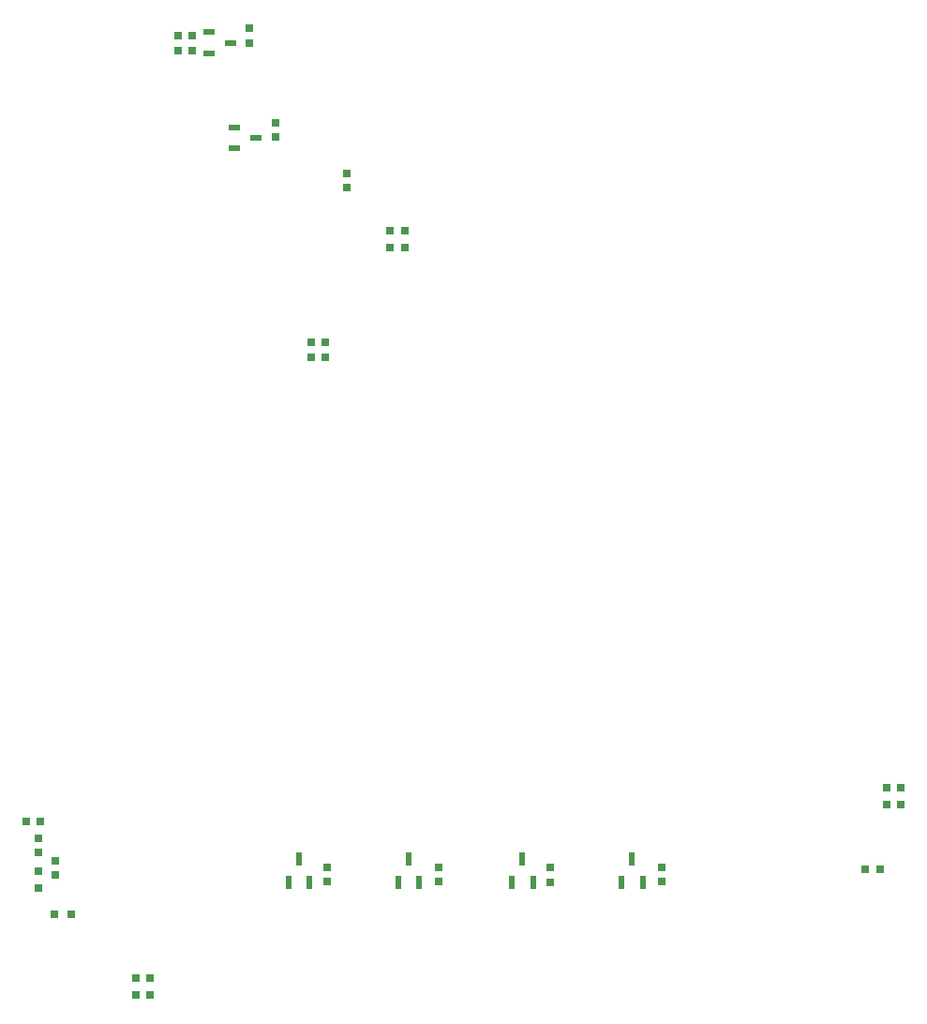
<source format=gbp>
G04*
G04 #@! TF.GenerationSoftware,Altium Limited,Altium Designer,21.0.8 (223)*
G04*
G04 Layer_Color=128*
%FSLAX25Y25*%
%MOIN*%
G70*
G04*
G04 #@! TF.SameCoordinates,947A2CD8-D87E-4BA2-AADF-D00DD91F1A07*
G04*
G04*
G04 #@! TF.FilePolarity,Positive*
G04*
G01*
G75*
%ADD27R,0.03000X0.03000*%
%ADD28R,0.03000X0.03000*%
%ADD49R,0.02362X0.05118*%
%ADD129R,0.03937X0.02362*%
D27*
X131841Y265000D02*
D03*
X136959D02*
D03*
X131841Y270300D02*
D03*
X136959D02*
D03*
X89659Y379341D02*
D03*
X84541D02*
D03*
X89659Y374000D02*
D03*
X84541Y374000D02*
D03*
X74473Y44106D02*
D03*
X30541Y100000D02*
D03*
X341613Y105941D02*
D03*
X328941Y83000D02*
D03*
X165059Y310100D02*
D03*
X165059Y304100D02*
D03*
X341559Y111900D02*
D03*
X159941Y304100D02*
D03*
Y310100D02*
D03*
X69354Y38107D02*
D03*
X74472D02*
D03*
X69355Y44106D02*
D03*
X40441Y66900D02*
D03*
X46559D02*
D03*
X35659Y100000D02*
D03*
X336441Y111900D02*
D03*
X336495Y105941D02*
D03*
X334059Y83000D02*
D03*
D28*
X109900Y381859D02*
D03*
Y376741D02*
D03*
X119300Y348259D02*
D03*
Y343141D02*
D03*
X144400Y330259D02*
D03*
Y325141D02*
D03*
X40700Y85959D02*
D03*
X35000Y94059D02*
D03*
X256400Y83559D02*
D03*
X137500D02*
D03*
X177200D02*
D03*
X216800Y83459D02*
D03*
X35000Y82400D02*
D03*
Y76282D02*
D03*
X40700Y80841D02*
D03*
X35000Y88941D02*
D03*
X256400Y78441D02*
D03*
X137500D02*
D03*
X177200D02*
D03*
X216800Y78341D02*
D03*
D49*
X203260Y78366D02*
D03*
X242260D02*
D03*
X123760D02*
D03*
X162760D02*
D03*
X210740D02*
D03*
X207000Y86634D02*
D03*
X249740Y78366D02*
D03*
X246000Y86634D02*
D03*
X131240Y78366D02*
D03*
X127500Y86634D02*
D03*
X170240Y78366D02*
D03*
X166500Y86634D02*
D03*
D129*
X103337Y376700D02*
D03*
X95463Y380440D02*
D03*
Y372960D02*
D03*
X112237Y342900D02*
D03*
X104363Y346640D02*
D03*
Y339160D02*
D03*
M02*

</source>
